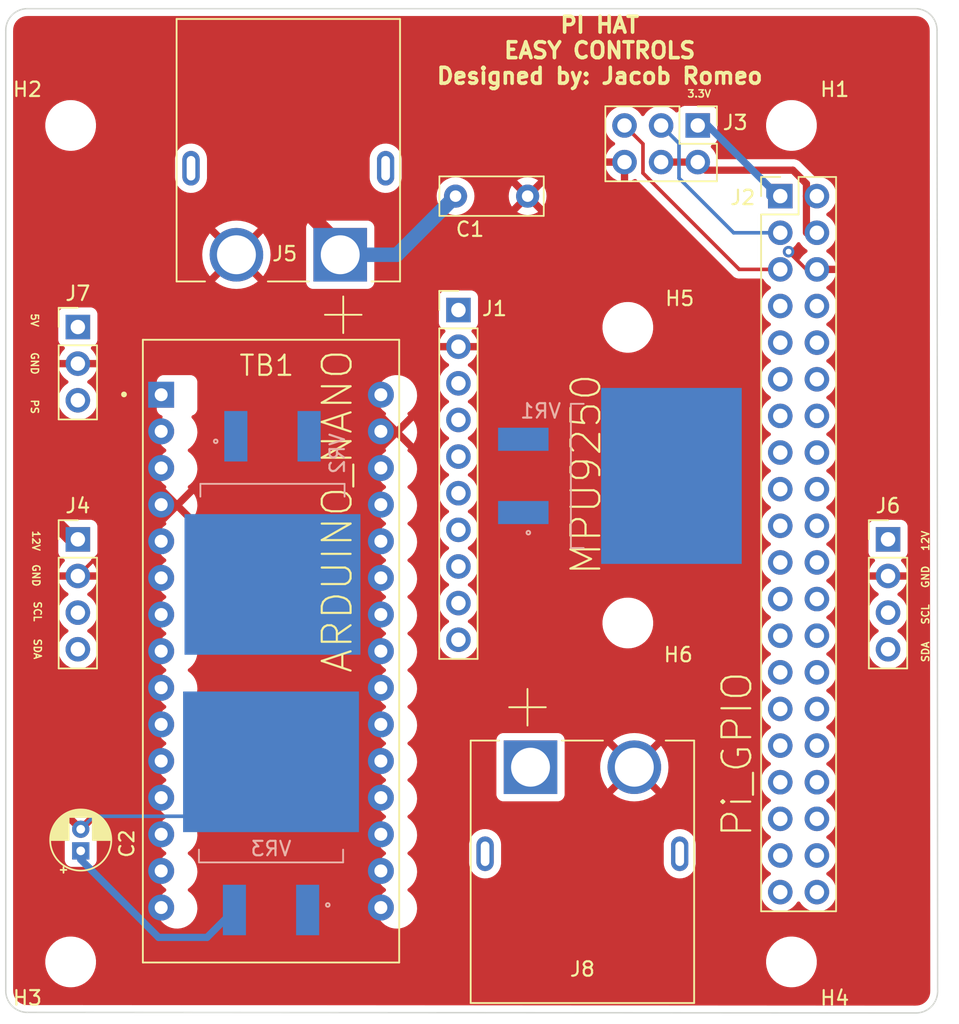
<source format=kicad_pcb>
(kicad_pcb (version 20211014) (generator pcbnew)
  (layers (0 "F.Cu" signal) (31 "B.Cu" signal) (34 "B.Paste" user) (35 "F.Paste" user) (36 "B.SilkS" user "B.Silkscreen") (37 "F.SilkS" user "F.Silkscreen") (38 "B.Mask" user) (39 "F.Mask" user) (44 "Edge.Cuts" user))
  (net 0 "")
  (net 7 "SDAN")
  (net 8 "SCLN")
  (net 9 "3.3VN")
  (net 43 "3.3VP")
  (net 61 "/PS")
  (net 68 "GND")
  (net 69 "12V")
  (net 70 "/5V")
  (net 72 "/SCL")
  (net 73 "/SDA")
  (footprint ".pretty:SHIELD_ARDUINO_NANO" (layer "F.Cu") (at 116.4 110.95)
    (fp_text reference "TB1" (at -0.3 -19.8) (layer "F.SilkS") (effects (font (size 1.4 1.4))))
    (fp_text value "ARDUINO_NANO" (at 4.6 -9.7 90) (layer "F.SilkS") (effects (font (size 2 2))))
    (fp_line (start 8.89 21.59) (end -8.89 21.59) (layer "F.SilkS") (width 0.127))
    (fp_line (start -8.89 21.59) (end -8.89 -21.59) (layer "F.SilkS") (width 0.127))
    (fp_line (start -8.89 -21.59) (end 8.89 -21.59) (layer "F.SilkS") (width 0.127))
    (fp_line (start 8.89 -21.59) (end 8.89 21.59) (layer "F.SilkS") (width 0.127))
    (fp_circle (center -10.2 -17.8) (end -10.1 -17.8) (layer "F.SilkS") (width 0.2) (fill none))
    (pad "1" thru_hole rect locked (at -7.62 -17.78) (size 1.8 1.8) (drill 0.9) (layers *.Cu *.Mask))
    (pad "2" thru_hole circle locked (at -7.62 -15.24) (size 1.8 1.8) (drill 0.9) (layers *.Cu *.Mask))
    (pad "3" thru_hole circle locked (at -7.62 -12.7) (size 1.8 1.8) (drill 0.9) (layers *.Cu *.Mask))
    (pad "4" thru_hole circle locked (at -7.62 -10.16) (size 1.8 1.8) (drill 0.9) (layers *.Cu *.Mask) (net 68 "GND"))
    (pad "5" thru_hole circle locked (at -7.62 -7.62) (size 1.8 1.8) (drill 0.9) (layers *.Cu *.Mask))
    (pad "6" thru_hole circle locked (at -7.62 -5.08) (size 1.8 1.8) (drill 0.9) (layers *.Cu *.Mask))
    (pad "7" thru_hole circle locked (at -7.62 -2.54) (size 1.8 1.8) (drill 0.9) (layers *.Cu *.Mask))
    (pad "8" thru_hole circle locked (at -7.62 0) (size 1.8 1.8) (drill 0.9) (layers *.Cu *.Mask))
    (pad "9" thru_hole circle locked (at -7.62 2.54) (size 1.8 1.8) (drill 0.9) (layers *.Cu *.Mask))
    (pad "10" thru_hole circle locked (at -7.62 5.08) (size 1.8 1.8) (drill 0.9) (layers *.Cu *.Mask))
    (pad "11" thru_hole circle locked (at -7.62 7.62) (size 1.8 1.8) (drill 0.9) (layers *.Cu *.Mask))
    (pad "12" thru_hole circle locked (at -7.62 10.16) (size 1.8 1.8) (drill 0.9) (layers *.Cu *.Mask))
    (pad "13" thru_hole circle locked (at -7.62 12.7) (size 1.8 1.8) (drill 0.9) (layers *.Cu *.Mask))
    (pad "14" thru_hole circle locked (at -7.62 15.24) (size 1.8 1.8) (drill 0.9) (layers *.Cu *.Mask))
    (pad "15" thru_hole circle locked (at -7.62 17.78) (size 1.8 1.8) (drill 0.9) (layers *.Cu *.Mask))
    (pad "16" thru_hole circle locked (at 7.62 17.78) (size 1.8 1.8) (drill 0.9) (layers *.Cu *.Mask))
    (pad "17" thru_hole circle locked (at 7.62 15.24) (size 1.8 1.8) (drill 0.9) (layers *.Cu *.Mask) (net 9 "3.3VN"))
    (pad "18" thru_hole circle locked (at 7.62 12.7) (size 1.8 1.8) (drill 0.9) (layers *.Cu *.Mask))
    (pad "19" thru_hole circle locked (at 7.62 10.16) (size 1.8 1.8) (drill 0.9) (layers *.Cu *.Mask) (net 61 "/PS"))
    (pad "20" thru_hole circle locked (at 7.62 7.62) (size 1.8 1.8) (drill 0.9) (layers *.Cu *.Mask))
    (pad "21" thru_hole circle locked (at 7.62 5.08) (size 1.8 1.8) (drill 0.9) (layers *.Cu *.Mask))
    (pad "22" thru_hole circle locked (at 7.62 2.54) (size 1.8 1.8) (drill 0.9) (layers *.Cu *.Mask))
    (pad "23" thru_hole circle locked (at 7.62 0) (size 1.8 1.8) (drill 0.9) (layers *.Cu *.Mask) (net 7 "SDAN"))
    (pad "24" thru_hole circle locked (at 7.62 -2.54) (size 1.8 1.8) (drill 0.9) (layers *.Cu *.Mask) (net 8 "SCLN"))
    (pad "25" thru_hole circle locked (at 7.62 -5.08) (size 1.8 1.8) (drill 0.9) (layers *.Cu *.Mask))
    (pad "26" thru_hole circle locked (at 7.62 -7.62) (size 1.8 1.8) (drill 0.9) (layers *.Cu *.Mask))
    (pad "27" thru_hole circle locked (at 7.62 -10.16) (size 1.8 1.8) (drill 0.9) (layers *.Cu *.Mask))
    (pad "28" thru_hole circle locked (at 7.62 -12.7) (size 1.8 1.8) (drill 0.9) (layers *.Cu *.Mask))
    (pad "29" thru_hole circle locked (at 7.62 -15.24) (size 1.8 1.8) (drill 0.9) (layers *.Cu *.Mask) (net 68 "GND"))
    (pad "30" thru_hole circle locked (at 7.62 -17.78) (size 1.8 1.8) (drill 0.9) (layers *.Cu *.Mask))
  )
  (footprint "Connector_PinHeader_2.54mm:PinHeader_2x03_P2.54mm_Vertical" (layer "F.Cu") (at 146 74.5 -90)
    (fp_text reference "J3" (at -0.2 -2.6 180) (layer "F.SilkS"))
    (fp_text value "Display")
    (fp_line (start 3.87 -1.33) (end 3.87 6.41) (layer "F.SilkS") (width 0.12))
    (fp_line (start -1.33 0) (end -1.33 -1.33) (layer "F.SilkS") (width 0.12))
    (fp_line (start 1.27 1.27) (end 1.27 -1.33) (layer "F.SilkS") (width 0.12))
    (fp_line (start -1.33 1.27) (end 1.27 1.27) (layer "F.SilkS") (width 0.12))
    (fp_line (start -1.33 -1.33) (end 0 -1.33) (layer "F.SilkS") (width 0.12))
    (fp_line (start 1.27 -1.33) (end 3.87 -1.33) (layer "F.SilkS") (width 0.12))
    (fp_line (start -1.33 6.41) (end 3.87 6.41) (layer "F.SilkS") (width 0.12))
    (fp_line (start -1.33 1.27) (end -1.33 6.41) (layer "F.SilkS") (width 0.12))
    (pad "1" thru_hole rect locked (at 0 0 270) (size 1.7 1.7) (drill 1) (layers *.Cu *.Mask) (net 43 "3.3VP"))
    (pad "2" thru_hole oval locked (at 2.54 0 270) (size 1.7 1.7) (drill 1) (layers *.Cu *.Mask) (net 70 "/5V"))
    (pad "3" thru_hole oval locked (at 0 2.54 270) (size 1.7 1.7) (drill 1) (layers *.Cu *.Mask) (net 73 "/SDA"))
    (pad "4" thru_hole oval locked (at 2.54 2.54 270) (size 1.7 1.7) (drill 1) (layers *.Cu *.Mask) (net 70 "/5V"))
    (pad "5" thru_hole oval locked (at 0 5.08 270) (size 1.7 1.7) (drill 1) (layers *.Cu *.Mask) (net 72 "/SCL"))
    (pad "6" thru_hole oval locked (at 2.54 5.08 270) (size 1.7 1.7) (drill 1) (layers *.Cu *.Mask) (net 68 "GND"))
  )
  (footprint "MountingHole:MountingHole_2.5mm" (layer "F.Cu") (at 152.5 74.5)
    (fp_text reference "H1" (at 3 -2.5) (layer "F.SilkS"))
    (fp_text value "MountingHole" hide)
    (pad "" np_thru_hole circle locked (at 0 0) (size 2.5 2.5) (drill 2.5) (layers *.Cu *.Mask))
  )
  (footprint "MountingHole:MountingHole_2.5mm" (layer "F.Cu") (at 102.5 74.5)
    (fp_text reference "H2" (at -3 -2.5) (layer "F.SilkS"))
    (fp_text value "MountingHole" hide)
    (pad "" np_thru_hole circle locked (at 0 0) (size 2.5 2.5) (drill 2.5) (layers *.Cu *.Mask))
  )
  (footprint "MountingHole:MountingHole_2.5mm" (layer "F.Cu") (at 102.5 132.5)
    (fp_text reference "H3" (at -3 2.5) (layer "F.SilkS"))
    (fp_text value "MountingHole" hide)
    (pad "" np_thru_hole circle locked (at 0 0) (size 2.5 2.5) (drill 2.5) (layers *.Cu *.Mask))
  )
  (footprint "Connector_PinHeader_2.54mm:PinHeader_1x10_P2.54mm_Vertical" (layer "F.Cu") (at 129.4 87.3)
    (fp_text reference "J1" (at 2.5 -0.1) (layer "F.SilkS"))
    (fp_text value "MPU9250")
    (fp_line (start -1.33 -1.33) (end 0 -1.33) (layer "F.SilkS") (width 0.12))
    (fp_line (start -1.33 0) (end -1.33 -1.33) (layer "F.SilkS") (width 0.12))
    (fp_line (start -1.33 24.19) (end 1.33 24.19) (layer "F.SilkS") (width 0.12))
    (fp_line (start -1.33 1.27) (end 1.33 1.27) (layer "F.SilkS") (width 0.12))
    (fp_line (start 1.33 1.27) (end 1.33 24.19) (layer "F.SilkS") (width 0.12))
    (fp_line (start -1.33 1.27) (end -1.33 24.19) (layer "F.SilkS") (width 0.12))
    (pad "1" thru_hole rect locked (at 0 0) (size 1.7 1.7) (drill 1) (layers *.Cu *.Mask) (net 9 "3.3VN"))
    (pad "2" thru_hole oval locked (at 0 2.54) (size 1.7 1.7) (drill 1) (layers *.Cu *.Mask) (net 68 "GND"))
    (pad "3" thru_hole oval locked (at 0 5.08) (size 1.7 1.7) (drill 1) (layers *.Cu *.Mask) (net 8 "SCLN"))
    (pad "4" thru_hole oval locked (at 0 7.62) (size 1.7 1.7) (drill 1) (layers *.Cu *.Mask) (net 7 "SDAN"))
    (pad "5" thru_hole oval locked (at 0 10.16) (size 1.7 1.7) (drill 1) (layers *.Cu *.Mask))
    (pad "6" thru_hole oval locked (at 0 12.7) (size 1.7 1.7) (drill 1) (layers *.Cu *.Mask))
    (pad "7" thru_hole oval locked (at 0 15.24) (size 1.7 1.7) (drill 1) (layers *.Cu *.Mask))
    (pad "8" thru_hole oval locked (at 0 17.78) (size 1.7 1.7) (drill 1) (layers *.Cu *.Mask))
    (pad "9" thru_hole oval locked (at 0 20.32) (size 1.7 1.7) (drill 1) (layers *.Cu *.Mask))
    (pad "10" thru_hole oval locked (at 0 22.86) (size 1.7 1.7) (drill 1) (layers *.Cu *.Mask))
  )
  (footprint "MountingHole:MountingHole_2.5mm" (layer "F.Cu") (at 152.5 132.5)
    (fp_text reference "H4" (at 3 2.5) (layer "F.SilkS"))
    (fp_text value "MountingHole" hide)
    (pad "" np_thru_hole circle locked (at 0 0) (size 2.5 2.5) (drill 2.5) (layers *.Cu *.Mask))
  )
  (footprint "Connector_PinHeader_2.54mm:PinHeader_2x20_P2.54mm_Vertical" (layer "F.Cu") (at 151.725 79.4)
    (fp_text reference "J2" (at -2.6 0.1) (layer "F.SilkS"))
    (fp_text value "Pi_GPIO" (at -3 38.7 90) (layer "F.SilkS") (effects (font (size 2 2))))
    (fp_line (start -1.33 -1.33) (end 0 -1.33) (layer "F.SilkS") (width 0.12))
    (fp_line (start 1.27 1.27) (end 1.27 -1.33) (layer "F.SilkS") (width 0.12))
    (fp_line (start 3.87 -1.33) (end 3.87 49.59) (layer "F.SilkS") (width 0.12))
    (fp_line (start 1.27 -1.33) (end 3.87 -1.33) (layer "F.SilkS") (width 0.12))
    (fp_line (start -1.33 1.27) (end -1.33 49.59) (layer "F.SilkS") (width 0.12))
    (fp_line (start -1.33 1.27) (end 1.27 1.27) (layer "F.SilkS") (width 0.12))
    (fp_line (start -1.33 0) (end -1.33 -1.33) (layer "F.SilkS") (width 0.12))
    (fp_line (start -1.33 49.59) (end 3.87 49.59) (layer "F.SilkS") (width 0.12))
    (pad "1" thru_hole rect locked (at 0 0) (size 1.7 1.7) (drill 1) (layers *.Cu *.Mask) (net 43 "3.3VP"))
    (pad "2" thru_hole oval locked (at 2.54 0) (size 1.7 1.7) (drill 1) (layers *.Cu *.Mask) (net 70 "/5V"))
    (pad "3" thru_hole oval locked (at 0 2.54) (size 1.7 1.7) (drill 1) (layers *.Cu *.Mask) (net 73 "/SDA"))
    (pad "4" thru_hole oval locked (at 2.54 2.54) (size 1.7 1.7) (drill 1) (layers *.Cu *.Mask) (net 70 "/5V"))
    (pad "5" thru_hole oval locked (at 0 5.08) (size 1.7 1.7) (drill 1) (layers *.Cu *.Mask) (net 72 "/SCL"))
    (pad "6" thru_hole oval locked (at 2.54 5.08) (size 1.7 1.7) (drill 1) (layers *.Cu *.Mask) (net 68 "GND"))
    (pad "7" thru_hole oval locked (at 0 7.62) (size 1.7 1.7) (drill 1) (layers *.Cu *.Mask))
    (pad "8" thru_hole oval locked (at 2.54 7.62) (size 1.7 1.7) (drill 1) (layers *.Cu *.Mask))
    (pad "9" thru_hole oval locked (at 0 10.16) (size 1.7 1.7) (drill 1) (layers *.Cu *.Mask))
    (pad "10" thru_hole oval locked (at 2.54 10.16) (size 1.7 1.7) (drill 1) (layers *.Cu *.Mask))
    (pad "11" thru_hole oval locked (at 0 12.7) (size 1.7 1.7) (drill 1) (layers *.Cu *.Mask))
    (pad "12" thru_hole oval locked (at 2.54 12.7) (size 1.7 1.7) (drill 1) (layers *.Cu *.Mask))
    (pad "13" thru_hole oval locked (at 0 15.24) (size 1.7 1.7) (drill 1) (layers *.Cu *.Mask))
    (pad "14" thru_hole oval locked (at 2.54 15.24) (size 1.7 1.7) (drill 1) (layers *.Cu *.Mask))
    (pad "15" thru_hole oval locked (at 0 17.78) (size 1.7 1.7) (drill 1) (layers *.Cu *.Mask))
    (pad "16" thru_hole oval locked (at 2.54 17.78) (size 1.7 1.7) (drill 1) (layers *.Cu *.Mask))
    (pad "17" thru_hole oval locked (at 0 20.32) (size 1.7 1.7) (drill 1) (layers *.Cu *.Mask))
    (pad "18" thru_hole oval locked (at 2.54 20.32) (size 1.7 1.7) (drill 1) (layers *.Cu *.Mask))
    (pad "19" thru_hole oval locked (at 0 22.86) (size 1.7 1.7) (drill 1) (layers *.Cu *.Mask))
    (pad "20" thru_hole oval locked (at 2.54 22.86) (size 1.7 1.7) (drill 1) (layers *.Cu *.Mask))
    (pad "21" thru_hole oval locked (at 0 25.4) (size 1.7 1.7) (drill 1) (layers *.Cu *.Mask))
    (pad "22" thru_hole oval locked (at 2.54 25.4) (size 1.7 1.7) (drill 1) (layers *.Cu *.Mask))
    (pad "23" thru_hole oval locked (at 0 27.94) (size 1.7 1.7) (drill 1) (layers *.Cu *.Mask))
    (pad "24" thru_hole oval locked (at 2.54 27.94) (size 1.7 1.7) (drill 1) (layers *.Cu *.Mask))
    (pad "25" thru_hole oval locked (at 0 30.48) (size 1.7 1.7) (drill 1) (layers *.Cu *.Mask))
    (pad "26" thru_hole oval locked (at 2.54 30.48) (size 1.7 1.7) (drill 1) (layers *.Cu *.Mask))
    (pad "27" thru_hole oval locked (at 0 33.02) (size 1.7 1.7) (drill 1) (layers *.Cu *.Mask))
    (pad "28" thru_hole oval locked (at 2.54 33.02) (size 1.7 1.7) (drill 1) (layers *.Cu *.Mask))
    (pad "29" thru_hole oval locked (at 0 35.56) (size 1.7 1.7) (drill 1) (layers *.Cu *.Mask))
    (pad "30" thru_hole oval locked (at 2.54 35.56) (size 1.7 1.7) (drill 1) (layers *.Cu *.Mask))
    (pad "31" thru_hole oval locked (at 0 38.1) (size 1.7 1.7) (drill 1) (layers *.Cu *.Mask))
    (pad "32" thru_hole oval locked (at 2.54 38.1) (size 1.7 1.7) (drill 1) (layers *.Cu *.Mask))
    (pad "33" thru_hole oval locked (at 0 40.64) (size 1.7 1.7) (drill 1) (layers *.Cu *.Mask))
    (pad "34" thru_hole oval locked (at 2.54 40.64) (size 1.7 1.7) (drill 1) (layers *.Cu *.Mask))
    (pad "35" thru_hole oval locked (at 0 43.18) (size 1.7 1.7) (drill 1) (layers *.Cu *.Mask))
    (pad "36" thru_hole oval locked (at 2.54 43.18) (size 1.7 1.7) (drill 1) (layers *.Cu *.Mask))
    (pad "37" thru_hole oval locked (at 0 45.72) (size 1.7 1.7) (drill 1) (layers *.Cu *.Mask))
    (pad "38" thru_hole oval locked (at 2.54 45.72) (size 1.7 1.7) (drill 1) (layers *.Cu *.Mask))
    (pad "39" thru_hole oval locked (at 0 48.26) (size 1.7 1.7) (drill 1) (layers *.Cu *.Mask))
    (pad "40" thru_hole oval locked (at 2.54 48.26) (size 1.7 1.7) (drill 1) (layers *.Cu *.Mask))
  )
  (footprint "Capacitor_THT:C_Rect_L7.0mm_W2.5mm_P5.00mm" (layer "F.Cu") (at 129.2 79.4)
    (fp_text reference "C1" (at 1 2.3) (layer "F.SilkS"))
    (fp_text value "C")
    (fp_line (start -1.12 -1.37) (end 6.12 -1.37) (layer "F.SilkS") (width 0.12))
    (fp_line (start -1.12 -1.37) (end -1.12 1.37) (layer "F.SilkS") (width 0.12))
    (fp_line (start 6.12 -1.37) (end 6.12 1.37) (layer "F.SilkS") (width 0.12))
    (fp_line (start -1.12 1.37) (end 6.12 1.37) (layer "F.SilkS") (width 0.12))
    (pad "1" thru_hole circle locked (at 0 0) (size 1.6 1.6) (drill 0.8) (layers *.Cu *.Mask) (net 69 "12V"))
    (pad "2" thru_hole circle locked (at 5 0) (size 1.6 1.6) (drill 0.8) (layers *.Cu *.Mask) (net 68 "GND"))
  )
  (footprint "Connector_PinHeader_2.54mm:PinHeader_1x04_P2.54mm_Vertical" (layer "F.Cu") (at 103 103.2)
    (fp_text reference "J4" (at 0 -2.33) (layer "F.SilkS"))
    (fp_text value "Solenoid I2C")
    (fp_line (start -1.33 -1.33) (end 0 -1.33) (layer "F.SilkS") (width 0.12))
    (fp_line (start -1.33 1.27) (end 1.33 1.27) (layer "F.SilkS") (width 0.12))
    (fp_line (start -1.33 1.27) (end -1.33 8.95) (layer "F.SilkS") (width 0.12))
    (fp_line (start -1.33 0) (end -1.33 -1.33) (layer "F.SilkS") (width 0.12))
    (fp_line (start -1.33 8.95) (end 1.33 8.95) (layer "F.SilkS") (width 0.12))
    (fp_line (start 1.33 1.27) (end 1.33 8.95) (layer "F.SilkS") (width 0.12))
    (pad "1" thru_hole rect locked (at 0 0) (size 1.7 1.7) (drill 1) (layers *.Cu *.Mask) (net 69 "12V"))
    (pad "2" thru_hole oval locked (at 0 2.54) (size 1.7 1.7) (drill 1) (layers *.Cu *.Mask) (net 68 "GND"))
    (pad "3" thru_hole oval locked (at 0 5.08) (size 1.7 1.7) (drill 1) (layers *.Cu *.Mask) (net 72 "/SCL"))
    (pad "4" thru_hole oval locked (at 0 7.62) (size 1.7 1.7) (drill 1) (layers *.Cu *.Mask) (net 73 "/SDA"))
  )
  (footprint ".pretty:AMASS_XT60PW-M" (layer "F.Cu") (at 117.6 77.46575)
    (fp_text reference "J5" (at -0.25 5.93425) (layer "F.SilkS") (effects (font (size 1.000441 1.000441))))
    (fp_text value "XT60PW-M")
    (fp_line (start 3.81 10.16) (end 3.81 11.43) (layer "F.SilkS") (width 0.127))
    (fp_line (start -7.75 -10.35) (end -7.75 7.85) (layer "F.SilkS") (width 0.127))
    (fp_line (start -1.422 7.85) (end 1.422 7.85) (layer "F.SilkS") (width 0.127))
    (fp_line (start 7.75 7.85) (end 7.75 -10.35) (layer "F.SilkS") (width 0.127))
    (fp_line (start -7.75 7.85) (end -5.778 7.85) (layer "F.SilkS") (width 0.127))
    (fp_line (start 7.75 7.85) (end 5.778 7.85) (layer "F.SilkS") (width 0.127))
    (fp_line (start 3.81 10.16) (end 3.81 8.89) (layer "F.SilkS") (width 0.127))
    (fp_line (start 7.75 -10.35) (end -7.75 -10.35) (layer "F.SilkS") (width 0.127))
    (fp_line (start 2.54 10.16) (end 3.81 10.16) (layer "F.SilkS") (width 0.127))
    (fp_line (start 5.08 10.16) (end 3.81 10.16) (layer "F.SilkS") (width 0.127))
    (pad "1" thru_hole rect locked (at 3.6 6) (size 3.716 3.716) (drill 2.7) (layers *.Cu *.Mask) (net 69 "12V"))
    (pad "2" thru_hole circle locked (at -3.6 6) (size 3.716 3.716) (drill 2.7) (layers *.Cu *.Mask) (net 68 "GND"))
    (pad "S1" thru_hole oval locked (at 6.75 0) (size 1.2 2.4) (drill oval 0.6 1.7) (layers *.Cu *.Mask))
    (pad "S2" thru_hole oval locked (at -6.75 0) (size 1.2 2.4) (drill oval 0.6 1.7) (layers *.Cu *.Mask))
  )
  (footprint "MountingHole:MountingHole_2.5mm" (layer "F.Cu") (at 141.15 88.5)
    (fp_text reference "H5" (at 3.6 -2) (layer "F.SilkS"))
    (fp_text value "MountingHole" hide)
    (pad "" np_thru_hole circle locked (at 0 0) (size 2.5 2.5) (drill 2.5) (layers *.Cu *.Mask))
  )
  (footprint "MountingHole:MountingHole_2.5mm" (layer "F.Cu") (at 141.15 109)
    (fp_text reference "H6" (at 3.5 2.2) (layer "F.SilkS"))
    (fp_text value "MountingHole" hide)
    (pad "" np_thru_hole circle locked (at 0 0) (size 2.5 2.5) (drill 2.5) (layers *.Cu *.Mask))
  )
  (footprint "Capacitor_THT:CP_Radial_D4.0mm_P1.50mm" (layer "F.Cu") (at 103.2 124.8 90)
    (fp_text reference "C2" (at 0.5 3.2 90) (layer "F.SilkS"))
    (fp_text value "C_Polarized")
    (fp_line (start 2.071 0.84) (end 2.071 1.619) (layer "F.SilkS") (width 0.12))
    (fp_line (start 1.27 0.84) (end 1.27 2.016) (layer "F.SilkS") (width 0.12))
    (fp_line (start -1.319801 -1.395) (end -1.319801 -0.995) (layer "F.SilkS") (width 0.12))
    (fp_line (start 2.111 0.84) (end 2.111 1.587) (layer "F.SilkS") (width 0.12))
    (fp_line (start 2.191 0.84) (end 2.191 1.516) (layer "F.SilkS") (width 0.12))
    (fp_line (start 1.11 -2.05) (end 1.11 -0.84) (layer "F.SilkS") (width 0.12))
    (fp_line (start 2.831 -0.37) (end 2.831 0.37) (layer "F.SilkS") (width 0.12))
    (fp_line (start 1.871 0.84) (end 1.871 1.76) (layer "F.SilkS") (width 0.12))
    (fp_line (start 2.191 -1.516) (end 2.191 -0.84) (layer "F.SilkS") (width 0.12))
    (fp_line (start 2.231 0.84) (end 2.231 1.478) (layer "F.SilkS") (width 0.12))
    (fp_line (start 2.471 -1.2) (end 2.471 1.2) (layer "F.SilkS") (width 0.12))
    (fp_line (start 1.631 0.84) (end 1.631 1.889) (layer "F.SilkS") (width 0.12))
    (fp_line (start 2.551 -1.08) (end 2.551 1.08) (layer "F.SilkS") (width 0.12))
    (fp_line (start 2.391 -1.304) (end 2.391 1.304) (layer "F.SilkS") (width 0.12))
    (fp_line (start 1.591 0.84) (end 1.591 1.907) (layer "F.SilkS") (width 0.12))
    (fp_line (start 1.43 -1.968) (end 1.43 -0.84) (layer "F.SilkS") (width 0.12))
    (fp_line (start 0.91 0.84) (end 0.91 2.074) (layer "F.SilkS") (width 0.12))
    (fp_line (start 1.951 -1.708) (end 1.951 -0.84) (layer "F.SilkS") (width 0.12))
    (fp_line (start 2.511 -1.142) (end 2.511 1.142) (layer "F.SilkS") (width 0.12))
    (fp_line (start 2.351 -1.351) (end 2.351 1.351) (layer "F.SilkS") (width 0.12))
    (fp_line (start 1.511 -1.94) (end 1.511 -0.84) (layer "F.SilkS") (width 0.12))
    (fp_line (start 0.83 -2.079) (end 0.83 -0.84) (layer "F.SilkS") (width 0.12))
    (fp_line (start 1.751 0.84) (end 1.751 1.83) (layer "F.SilkS") (width 0.12))
    (fp_line (start 2.591 -1.013) (end 2.591 1.013) (layer "F.SilkS") (width 0.12))
    (fp_line (start 1.551 0.84) (end 1.551 1.924) (layer "F.SilkS") (width 0.12))
    (fp_line (start 2.271 0.84) (end 2.271 1.438) (layer "F.SilkS") (width 0.12))
    (fp_line (start 2.711 -0.768) (end 2.711 0.768) (layer "F.SilkS") (width 0.12))
    (fp_line (start 1.671 -1.87) (end 1.671 -0.84) (layer "F.SilkS") (width 0.12))
    (fp_line (start 1.03 0.84) (end 1.03 2.062) (layer "F.SilkS") (width 0.12))
    (fp_line (start 1.711 -1.851) (end 1.711 -0.84) (layer "F.SilkS") (width 0.12))
    (fp_line (start 1.19 0.84) (end 1.19 2.034) (layer "F.SilkS") (width 0.12))
    (fp_line (start 1.11 0.84) (end 1.11 2.05) (layer "F.SilkS") (width 0.12))
    (fp_line (start 1.35 0.84) (end 1.35 1.994) (layer "F.SilkS") (width 0.12))
    (fp_line (start 1.31 -2.005) (end 1.31 -0.84) (layer "F.SilkS") (width 0.12))
    (fp_line (start 2.031 0.84) (end 2.031 1.65) (layer "F.SilkS") (width 0.12))
    (fp_line (start 2.151 0.84) (end 2.151 1.552) (layer "F.SilkS") (width 0.12))
    (fp_line (start 1.03 -2.062) (end 1.03 -0.84) (layer "F.SilkS") (width 0.12))
    (fp_line (start 0.99 -2.067) (end 0.99 -0.84) (layer "F.SilkS") (width 0.12))
    (fp_line (start 2.311 -1.396) (end 2.311 -0.84) (layer "F.SilkS") (width 0.12))
    (fp_line (start 2.071 -1.619) (end 2.071 -0.84) (layer "F.SilkS") (width 0.12))
    (fp_line (start 2.231 -1.478) (end 2.231 -0.84) (layer "F.SilkS") (width 0.12))
    (fp_line (start 1.15 -2.042) (end 1.15 -0.84) (layer "F.SilkS") (width 0.12))
    (fp_line (start 1.19 -2.034) (end 1.19 -0.84) (layer "F.SilkS") (width 0.12))
    (fp_line (start 1.23 0.84) (end 1.23 2.025) (layer "F.SilkS") (width 0.12))
    (fp_line (start 0.75 0.84) (end 0.75 2.08) (layer "F.SilkS") (width 0.12))
    (fp_line (start 1.631 -1.889) (end 1.631 -0.84) (layer "F.SilkS") (width 0.12))
    (fp_line (start 1.43 0.84) (end 1.43 1.968) (layer "F.SilkS") (width 0.12))
    (fp_line (start 0.91 -2.074) (end 0.91 -0.84) (layer "F.SilkS") (width 0.12))
    (fp_line (start 2.431 -1.254) (end 2.431 1.254) (layer "F.SilkS") (width 0.12))
    (fp_line (start 1.511 0.84) (end 1.511 1.94) (layer "F.SilkS") (width 0.12))
    (fp_line (start -1.519801 -1.195) (end -1.119801 -1.195) (layer "F.SilkS") (width 0.12))
    (fp_line (start 1.831 -1.785) (end 1.831 -0.84) (layer "F.SilkS") (width 0.12))
    (fp_line (start 2.151 -1.552) (end 2.151 -0.84) (layer "F.SilkS") (width 0.12))
    (fp_line (start 1.551 -1.924) (end 1.551 -0.84) (layer "F.SilkS") (width 0.12))
    (fp_line (start 0.87 0.84) (end 0.87 2.077) (layer "F.SilkS") (width 0.12))
    (fp_line (start 2.271 -1.438) (end 2.271 -0.84) (layer "F.SilkS") (width 0.12))
    (fp_line (start 1.791 0.84) (end 1.791 1.808) (layer "F.SilkS") (width 0.12))
    (fp_line (start 1.751 -1.83) (end 1.751 -0.84) (layer "F.SilkS") (width 0.12))
    (fp_line (start 1.711 0.84) (end 1.711 1.851) (layer "F.SilkS") (width 0.12))
    (fp_line (start 1.791 -1.808) (end 1.791 -0.84) (layer "F.SilkS") (width 0.12))
    (fp_line (start 0.83 0.84) (end 0.83 2.079) (layer "F.SilkS") (width 0.12))
    (fp_line (start 1.27 -2.016) (end 1.27 -0.84) (layer "F.SilkS") (width 0.12))
    (fp_line (start 2.751 -0.664) (end 2.751 0.664) (layer "F.SilkS") (width 0.12))
    (fp_line (start 1.31 0.84) (end 1.31 2.005) (layer "F.SilkS") (width 0.12))
    (fp_line (start 0.75 -2.08) (end 0.75 -0.84) (layer "F.SilkS") (width 0.12))
    (fp_line (start 2.311 0.84) (end 2.311 1.396) (layer "F.SilkS") (width 0.12))
    (fp_line (start 2.031 -1.65) (end 2.031 -0.84) (layer "F.SilkS") (width 0.12))
    (fp_line (start 1.23 -2.025) (end 1.23 -0.84) (layer "F.SilkS") (width 0.12))
    (fp_line (start 1.991 0.84) (end 1.991 1.68) (layer "F.SilkS") (width 0.12))
    (fp_line (start 1.911 0.84) (end 1.911 1.735) (layer "F.SilkS") (width 0.12))
    (fp_line (start 1.15 0.84) (end 1.15 2.042) (layer "F.SilkS") (width 0.12))
    (fp_line (start 0.95 -2.071) (end 0.95 -0.84) (layer "F.SilkS") (width 0.12))
    (fp_line (start 0.79 0.84) (end 0.79 2.08) (layer "F.SilkS") (width 0.12))
    (fp_line (start 1.471 -1.954) (end 1.471 -0.84) (layer "F.SilkS") (width 0.12))
    (fp_line (start 1.591 -1.907) (end 1.591 -0.84) (layer "F.SilkS") (width 0.12))
    (fp_line (start 1.911 -1.735) (end 1.911 -0.84) (layer "F.SilkS") (width 0.12))
    (fp_line (start 0.95 0.84) (end 0.95 2.071) (layer "F.SilkS") (width 0.12))
    (fp_line (start 1.831 0.84) (end 1.831 1.785) (layer "F.SilkS") (width 0.12))
    (fp_line (start 1.991 -1.68) (end 1.991 -0.84) (layer "F.SilkS") (width 0.12))
    (fp_line (start 1.07 -2.056) (end 1.07 -0.84) (layer "F.SilkS") (width 0.12))
    (fp_line (start 1.39 0.84) (end 1.39 1.982) (layer "F.SilkS") (width 0.12))
    (fp_line (start 1.39 -1.982) (end 1.39 -0.84) (layer "F.SilkS") (width 0.12))
    (fp_line (start 2.671 -0.859) (end 2.671 0.859) (layer "F.SilkS") (width 0.12))
    (fp_line (start 1.951 0.84) (end 1.951 1.708) (layer "F.SilkS") (width 0.12))
    (fp_line (start 2.631 -0.94) (end 2.631 0.94) (layer "F.SilkS") (width 0.12))
    (fp_line (start 2.111 -1.587) (end 2.111 -0.84) (layer "F.SilkS") (width 0.12))
    (fp_line (start 0.87 -2.077) (end 0.87 -0.84) (layer "F.SilkS") (width 0.12))
    (fp_line (start 0.79 -2.08) (end 0.79 -0.84) (layer "F.SilkS") (width 0.12))
    (fp_line (start 0.99 0.84) (end 0.99 2.067) (layer "F.SilkS") (width 0.12))
    (fp_line (start 2.791 -0.537) (end 2.791 0.537) (layer "F.SilkS") (width 0.12))
    (fp_line (start 1.871 -1.76) (end 1.871 -0.84) (layer "F.SilkS") (width 0.12))
    (fp_line (start 1.07 0.84) (end 1.07 2.056) (layer "F.SilkS") (width 0.12))
    (fp_line (start 1.671 0.84) (end 1.671 1.87) (layer "F.SilkS") (width 0.12))
    (fp_line (start 1.471 0.84) (end 1.471 1.954) (layer "F.SilkS") (width 0.12))
    (fp_line (start 1.35 -1.994) (end 1.35 -0.84) (layer "F.SilkS") (width 0.12))
    (fp_circle (center 0.75 0) (end 2.87 0) (layer "F.SilkS") (width 0.12) (fill none))
    (pad "1" thru_hole rect (at 0 0 90) (size 1.2 1.2) (drill 0.6) (layers *.Cu *.Mask) (net 70 "/5V"))
    (pad "2" thru_hole circle (at 1.5 0 90) (size 1.2 1.2) (drill 0.6) (layers *.Cu *.Mask) (net 68 "GND"))
  )
  (footprint "Connector_PinHeader_2.54mm:PinHeader_1x04_P2.54mm_Vertical" (layer "F.Cu") (at 159.2 103.2)
    (fp_text reference "J6" (at 0 -2.33) (layer "F.SilkS"))
    (fp_text value "Solenoid I2C")
    (fp_line (start -1.33 8.95) (end 1.33 8.95) (layer "F.SilkS") (width 0.12))
    (fp_line (start -1.33 1.27) (end -1.33 8.95) (layer "F.SilkS") (width 0.12))
    (fp_line (start -1.33 1.27) (end 1.33 1.27) (layer "F.SilkS") (width 0.12))
    (fp_line (start 1.33 1.27) (end 1.33 8.95) (layer "F.SilkS") (width 0.12))
    (fp_line (start -1.33 0) (end -1.33 -1.33) (layer "F.SilkS") (width 0.12))
    (fp_line (start -1.33 -1.33) (end 0 -1.33) (layer "F.SilkS") (width 0.12))
    (pad "1" thru_hole rect (at 0 0) (size 1.7 1.7) (drill 1) (layers *.Cu *.Mask) (net 69 "12V"))
    (pad "2" thru_hole oval (at 0 2.54) (size 1.7 1.7) (drill 1) (layers *.Cu *.Mask) (net 68 "GND"))
    (pad "3" thru_hole oval (at 0 5.08) (size 1.7 1.7) (drill 1) (layers *.Cu *.Mask) (net 72 "/SCL"))
    (pad "4" thru_hole oval (at 0 7.62) (size 1.7 1.7) (drill 1) (layers *.Cu *.Mask) (net 73 "/SDA"))
  )
  (footprint "Connector_PinHeader_2.54mm:PinHeader_1x03_P2.54mm_Vertical" (layer "F.Cu") (at 103 88.475)
    (fp_text reference "J7" (at 0 -2.33) (layer "F.SilkS"))
    (fp_text value "Pressure ")
    (fp_line (start -1.33 6.41) (end 1.33 6.41) (layer "F.SilkS") (width 0.12))
    (fp_line (start -1.33 0) (end -1.33 -1.33) (layer "F.SilkS") (width 0.12))
    (fp_line (start 1.33 1.27) (end 1.33 6.41) (layer "F.SilkS") (width 0.12))
    (fp_line (start -1.33 1.27) (end 1.33 1.27) (layer "F.SilkS") (width 0.12))
    (fp_line (start -1.33 1.27) (end -1.33 6.41) (layer "F.SilkS") (width 0.12))
    (fp_line (start -1.33 -1.33) (end 0 -1.33) (layer "F.SilkS") (width 0.12))
    (pad "1" thru_hole rect (at 0 0) (size 1.7 1.7) (drill 1) (layers *.Cu *.Mask) (net 70 "/5V"))
    (pad "2" thru_hole oval (at 0 2.54) (size 1.7 1.7) (drill 1) (layers *.Cu *.Mask) (net 68 "GND"))
    (pad "3" thru_hole oval (at 0 5.08) (size 1.7 1.7) (drill 1) (layers *.Cu *.Mask) (net 61 "/PS"))
  )
  (footprint ".pretty:AMASS_XT60PW-M" (layer "F.Cu") (at 138 125 180)
    (fp_text reference "J8" (at 0 -8) (layer "F.SilkS") (effects (font (size 1.000441 1.000441))))
    (fp_text value "XT60PW-M")
    (fp_line (start 7.75 7.85) (end 5.778 7.85) (layer "F.SilkS") (width 0.127))
    (fp_line (start 3.81 10.16) (end 3.81 11.43) (layer "F.SilkS") (width 0.127))
    (fp_line (start -7.75 7.85) (end -5.778 7.85) (layer "F.SilkS") (width 0.127))
    (fp_line (start -1.422 7.85) (end 1.422 7.85) (layer "F.SilkS") (width 0.127))
    (fp_line (start 7.75 7.85) (end 7.75 -10.35) (layer "F.SilkS") (width 0.127))
    (fp_line (start 7.75 -10.35) (end -7.75 -10.35) (layer "F.SilkS") (width 0.127))
    (fp_line (start 3.81 10.16) (end 3.81 8.89) (layer "F.SilkS") (width 0.127))
    (fp_line (start -7.75 -10.35) (end -7.75 7.85) (layer "F.SilkS") (width 0.127))
    (fp_line (start 5.08 10.16) (end 3.81 10.16) (layer "F.SilkS") (width 0.127))
    (fp_line (start 2.54 10.16) (end 3.81 10.16) (layer "F.SilkS") (width 0.127))
    (pad "1" thru_hole rect locked (at 3.6 6 180) (size 3.716 3.716) (drill 2.7) (layers *.Cu *.Mask) (net 69 "12V"))
    (pad "2" thru_hole circle locked (at -3.6 6 180) (size 3.716 3.716) (drill 2.7) (layers *.Cu *.Mask) (net 68 "GND"))
    (pad "S1" thru_hole oval locked (at 6.75 0 180) (size 1.2 2.4) (drill oval 0.6 1.7) (layers *.Cu *.Mask))
    (pad "S2" thru_hole oval locked (at -6.75 0 180) (size 1.2 2.4) (drill oval 0.6 1.7) (layers *.Cu *.Mask))
  )
  (footprint ".pretty:VREG_L7805ACD2T" (layer "B.Cu") (at 140.6 98.8)
    (fp_text reference "VR1" (at -5.5 -4.5) (layer "B.SilkS") (effects (font (size 1.000732 1.000732)) (justify mirror)))
    (fp_text value "LM78M05CDTX/NOPB")
    (fp_line (start -3.4 5) (end -2.5146 5) (layer "B.SilkS") (width 0.127))
    (fp_line (start -2.5146 -5) (end -3.4 -5) (layer "B.SilkS") (width 0.127))
    (fp_line (start -3.4 -5) (end -3.4 5) (layer "B.SilkS") (width 0.127))
    (fp_circle (center -6.35 3.937) (end -6.223 3.937) (layer "B.SilkS") (width 0.127) (fill none))
    (pad "1" smd rect locked (at -6.7 2.54 90) (size 1.6 3.5) (layers "B.Cu" "B.Paste" "B.Mask") (net 69 "12V"))
    (pad "3" smd rect locked (at -6.7 -2.54 90) (size 1.6 3.5) (layers "B.Cu" "B.Paste" "B.Mask") (net 70 "/5V"))
    (pad "4" smd rect locked (at 3.575 0 90) (size 12.2 9.75) (layers "B.Cu" "B.Mask") (net 68 "GND"))
  )
  (footprint ".pretty:VREG_L7805ACD2T" (layer "B.Cu") (at 116.5 102.75 -90)
    (fp_text reference "VR2" (at -5.5 -4.5 90) (layer "B.SilkS") (effects (font (size 1.000732 1.000732)) (justify mirror)))
    (fp_text value "LM78M05CDTX/NOPB")
    (fp_line (start -2.5146 -5) (end -3.4 -5) (layer "B.SilkS") (width 0.127))
    (fp_line (start -3.4 5) (end -2.5146 5) (layer "B.SilkS") (width 0.127))
    (fp_line (start -3.4 -5) (end -3.4 5) (layer "B.SilkS") (width 0.127))
    (fp_circle (center -6.35 3.937) (end -6.223 3.937) (layer "B.SilkS") (width 0.127) (fill none))
    (pad "1" smd rect locked (at -6.7 2.54) (size 1.6 3.5) (layers "B.Cu" "B.Paste" "B.Mask") (net 69 "12V"))
    (pad "3" smd rect locked (at -6.7 -2.54) (size 1.6 3.5) (layers "B.Cu" "B.Paste" "B.Mask") (net 70 "/5V"))
    (pad "4" smd rect locked (at 3.575 0) (size 12.2 9.75) (layers "B.Cu" "B.Mask") (net 68 "GND"))
  )
  (footprint ".pretty:VREG_L7805ACD2T" (layer "B.Cu") (at 116.4 122.2 90)
    (fp_text reference "VR3" (at -2.45 0 180) (layer "B.SilkS") (effects (font (size 1.000732 1.000732)) (justify mirror)))
    (fp_text value "LM78M05CDTX/NOPB")
    (fp_line (start -3.4 5) (end -2.5146 5) (layer "B.SilkS") (width 0.127))
    (fp_line (start -3.4 -5) (end -3.4 5) (layer "B.SilkS") (width 0.127))
    (fp_line (start -2.5146 -5) (end -3.4 -5) (layer "B.SilkS") (width 0.127))
    (fp_circle (center -6.35 3.937) (end -6.223 3.937) (layer "B.SilkS") (width 0.127) (fill none))
    (pad "1" smd rect locked (at -6.7 2.54 180) (size 1.6 3.5) (layers "B.Cu" "B.Paste" "B.Mask") (net 69 "12V"))
    (pad "3" smd rect locked (at -6.7 -2.54 180) (size 1.6 3.5) (layers "B.Cu" "B.Paste" "B.Mask") (net 70 "/5V"))
    (pad "4" smd rect locked (at 3.575 0 180) (size 12.2 9.75) (layers "B.Cu" "B.Mask") (net 68 "GND"))
  )
  (gr_line (start 99.5 66.4) (end 161.1 66.4) (layer "Edge.Cuts") (width 0.1))
  (gr_arc (start 98 67.9) (mid 98.43934 66.83934) (end 99.5 66.4) (layer "Edge.Cuts") (width 0.1))
  (gr_line (start 98 134.5) (end 98 67.9) (layer "Edge.Cuts") (width 0.1))
  (gr_line (start 162.63934 134.53934) (end 162.6 67.9) (layer "Edge.Cuts") (width 0.1))
  (gr_arc (start 162.63934 134.53934) (mid 162.2 135.6) (end 161.13934 136.03934) (layer "Edge.Cuts") (width 0.1))
  (gr_arc (start 99.5 136) (mid 98.43934 135.56066) (end 98 134.5) (layer "Edge.Cuts") (width 0.1))
  (gr_arc (start 161.1 66.4) (mid 162.16066 66.83934) (end 162.6 67.9) (layer "Edge.Cuts") (width 0.1))
  (gr_line (start 161.13934 136.03934) (end 99.5 136) (layer "Edge.Cuts") (width 0.1))
  (gr_text "MPU9250" (at 138.25 98.7 90) (layer "F.SilkS") (effects (font (size 2 2))))
  (gr_text "3.3V" (at 146.1 72.3) (layer "F.SilkS") (effects (font (size 0.5 0.5) (thickness 0.1))))
  (gr_text "GND" (at 100 91 -90) (layer "F.SilkS") (effects (font (size 0.5 0.5) (thickness 0.1))))
  (gr_text "GND" (at 100.1 105.7 -90) (layer "F.SilkS") (effects (font (size 0.5 0.5) (thickness 0.1))))
  (gr_text "SDA" (at 161.8 111 90) (layer "F.SilkS") (effects (font (size 0.5 0.5) (thickness 0.1))))
  (gr_text "12V" (at 100.1 103.3 -90) (layer "F.SilkS") (effects (font (size 0.5 0.5) (thickness 0.1))))
  (gr_text "GND" (at 161.8 105.8 90) (layer "F.SilkS") (effects (font (size 0.5 0.5) (thickness 0.1))))
  (gr_text "SDA" (at 100.2 110.8 -90) (layer "F.SilkS") (effects (font (size 0.5 0.5) (thickness 0.1))))
  (gr_text "PS" (at 100 94 -90) (layer "F.SilkS") (effects (font (size 0.5 0.5) (thickness 0.1))))
  (gr_text "SCL" (at 161.8 108.4 90) (layer "F.SilkS") (effects (font (size 0.5 0.5) (thickness 0.1))))
  (gr_text "5V" (at 100 88 -90) (layer "F.SilkS") (effects (font (size 0.5 0.5) (thickness 0.1))))
  (gr_text "SCL" (at 100.2 108.2 -90) (layer "F.SilkS") (effects (font (size 0.5 0.5) (thickness 0.1))))
  (gr_text "12V" (at 161.8 103.3 90) (layer "F.SilkS") (effects (font (size 0.5 0.5) (thickness 0.1))))
  (gr_text "PI HAT\nEASY CONTROLS\nDesigned by: Jacob Romeo" (at 139.2 69.3) (layer "F.SilkS") (effects (font (size 1.1 1.1) (thickness 0.25))))
  (segment (start 146.7 74.5) (end 151 78.8) (width 0.5) (layer "B.Cu") (net 43))
  (segment (start 146 74.5) (end 146.7 74.5) (width 0.5) (layer "B.Cu") (net 43))
  (segment (start 151 78.8) (end 151 79.4) (width 0.5) (layer "B.Cu") (net 43))
  (segment (start 103 105.74) (end 107.95 100.79) (width 0.25) (layer "F.Cu") (net 68))
  (segment (start 153.54 84.48) (end 153.53 84.48) (width 0.25) (layer "F.Cu") (net 68))
  (segment (start 107.95 100.79) (end 108.78 100.79) (width 0.25) (layer "F.Cu") (net 68))
  (segment (start 153.53 84.48) (end 152.3 83.25) (width 0.25) (layer "F.Cu") (net 68))
  (via (at 152.3 83.25) (size 0.8) (drill 0.4) (layers "F.Cu" "B.Cu") (net 68))
  (segment (start 112.625 122.4) (end 116.4 118.625) (width 0.25) (layer "B.Cu") (net 68))
  (segment (start 104.1 122.4) (end 112.625 122.4) (width 0.25) (layer "B.Cu") (net 68))
  (segment (start 103.2 123.3) (end 104.1 122.4) (width 0.25) (layer "B.Cu") (net 68))
  (segment (start 118.8 80.4) (end 104.2 80.4) (width 1) (layer "F.Cu") (net 69))
  (segment (start 99.8 84.8) (end 99.8 100.4) (width 1) (layer "F.Cu") (net 69))
  (segment (start 102.6 103.2) (end 103 103.2) (width 1) (layer "F.Cu") (net 69))
  (segment (start 104.2 80.4) (end 99.8 84.8) (width 1) (layer "F.Cu") (net 69))
  (segment (start 99.8 100.4) (end 102.6 103.2) (width 1) (layer "F.Cu") (net 69))
  (segment (start 121.2 82.8) (end 118.8 80.4) (width 1) (layer "F.Cu") (net 69))
  (segment (start 121.2 83.46575) (end 121.2 82.8) (width 1) (layer "F.Cu") (net 69))
  (segment (start 121.2 83.46575) (end 125.13425 83.46575) (width 1) (layer "B.Cu") (net 69))
  (segment (start 125.13425 83.46575) (end 129.2 79.4) (width 1) (layer "B.Cu") (net 69))
  (segment (start 153.54 78.54) (end 152.6 77.6) (width 0.5) (layer "F.Cu") (net 70))
  (segment (start 152.6 77.6) (end 146.56 77.6) (width 0.5) (layer "F.Cu") (net 70))
  (segment (start 146.56 77.6) (end 146 77.04) (width 0.5) (layer "F.Cu") (net 70))
  (segment (start 153.54 79.4) (end 153.54 81.94) (width 0.5) (layer "F.Cu") (net 70))
  (segment (start 143.46 77.04) (end 146 77.04) (width 0.5) (layer "F.Cu") (net 70))
  (segment (start 153.54 79.4) (end 153.54 78.54) (width 0.5) (layer "F.Cu") (net 70))
  (segment (start 111.96 130.8) (end 113.86 128.9) (width 0.5) (layer "B.Cu") (net 70))
  (segment (start 108.6 130.8) (end 111.96 130.8) (width 0.5) (layer "B.Cu") (net 70))
  (segment (start 108.6 130.8) (end 103.2 125.4) (width 0.5) (layer "B.Cu") (net 70))
  (segment (start 103.2 125.4) (end 103.2 124.8) (width 0.5) (layer "B.Cu") (net 70))
  (segment (start 148.88 84.48) (end 151 84.48) (width 0.25) (layer "F.Cu") (net 72))
  (segment (start 140.92 74.5) (end 142.2 75.78) (width 0.25) (layer "F.Cu") (net 72))
  (segment (start 142.6 78.2) (end 148.88 84.48) (width 0.25) (layer "F.Cu") (net 72))
  (segment (start 142.2 77.8) (end 142.6 78.2) (width 0.25) (layer "F.Cu") (net 72))
  (segment (start 142.2 75.78) (end 142.2 77.8) (width 0.25) (layer "F.Cu") (net 72))
  (segment (start 143.46 74.5) (end 144.7 75.74) (width 0.25) (layer "B.Cu") (net 73))
  (segment (start 148.49 81.94) (end 151 81.94) (width 0.25) (layer "B.Cu") (net 73))
  (segment (start 144.7 78.15) (end 148.49 81.94) (width 0.25) (layer "B.Cu") (net 73))
  (segment (start 144.7 75.74) (end 144.7 78.15) (width 0.25) (layer "B.Cu") (net 73))
  (zone (net 68) (net_name "GND") (layer "F.Cu") (connect_pads (clearance 0.508)) (min_thickness 0.254) (fill yes (thermal_gap 0.508) (thermal_bridge_width 0.508))
    (polygon (pts (xy 163 66) (xy 163 136.8) (xy 97.6 136.2) (xy 97.6 65.8)))
  )
)
</source>
